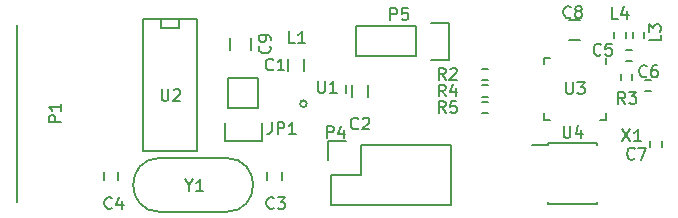
<source format=gto>
G04 #@! TF.FileFunction,Legend,Top*
%FSLAX46Y46*%
G04 Gerber Fmt 4.6, Leading zero omitted, Abs format (unit mm)*
G04 Created by KiCad (PCBNEW (2015-11-24 BZR 6329)-product) date Sun 08 May 2016 02:02:47 AM EDT*
%MOMM*%
G01*
G04 APERTURE LIST*
%ADD10C,0.100000*%
%ADD11C,0.150000*%
G04 APERTURE END LIST*
D10*
D11*
X121354880Y-98450140D02*
X121354880Y-113436140D01*
X145675000Y-101300000D02*
X145675000Y-102300000D01*
X144325000Y-102300000D02*
X144325000Y-101300000D01*
X149725000Y-104500000D02*
X149725000Y-103500000D01*
X151075000Y-103500000D02*
X151075000Y-104500000D01*
X142075000Y-108225000D02*
X142075000Y-106675000D01*
X141795000Y-102865000D02*
X141795000Y-105405000D01*
X141795000Y-105405000D02*
X139255000Y-105405000D01*
X138975000Y-106675000D02*
X138975000Y-108225000D01*
X138975000Y-108225000D02*
X142075000Y-108225000D01*
X139255000Y-105405000D02*
X139255000Y-102865000D01*
X139255000Y-102865000D02*
X141795000Y-102865000D01*
X145885044Y-105075000D02*
G75*
G03X145885044Y-105075000I-285044J0D01*
G01*
X149200200Y-103449480D02*
X149200200Y-104150520D01*
X173450000Y-100525000D02*
X172950000Y-100525000D01*
X172950000Y-101475000D02*
X173450000Y-101475000D01*
X175050000Y-103025000D02*
X174550000Y-103025000D01*
X174550000Y-103975000D02*
X175050000Y-103975000D01*
X175925000Y-108700000D02*
X175925000Y-108200000D01*
X174975000Y-108200000D02*
X174975000Y-108700000D01*
X169050000Y-98000000D02*
X168050000Y-98000000D01*
X168050000Y-99700000D02*
X169050000Y-99700000D01*
X173525000Y-99000000D02*
X173525000Y-99500000D01*
X174475000Y-99500000D02*
X174475000Y-99000000D01*
X171925000Y-99000000D02*
X171925000Y-99500000D01*
X172875000Y-99500000D02*
X172875000Y-99000000D01*
X161250000Y-102125000D02*
X160750000Y-102125000D01*
X160750000Y-103075000D02*
X161250000Y-103075000D01*
X172475000Y-102550000D02*
X172475000Y-103050000D01*
X173425000Y-103050000D02*
X173425000Y-102550000D01*
X160750000Y-104475000D02*
X161250000Y-104475000D01*
X161250000Y-103525000D02*
X160750000Y-103525000D01*
X160750000Y-105875000D02*
X161250000Y-105875000D01*
X161250000Y-104925000D02*
X160750000Y-104925000D01*
X171225000Y-106425000D02*
X170700000Y-106425000D01*
X165975000Y-101175000D02*
X166500000Y-101175000D01*
X165975000Y-106425000D02*
X166500000Y-106425000D01*
X171225000Y-101175000D02*
X171225000Y-101700000D01*
X165975000Y-101175000D02*
X165975000Y-101700000D01*
X165975000Y-106425000D02*
X165975000Y-105900000D01*
X171225000Y-106425000D02*
X171225000Y-105900000D01*
X166325000Y-108425000D02*
X166325000Y-108570000D01*
X170475000Y-108425000D02*
X170475000Y-108570000D01*
X170475000Y-113575000D02*
X170475000Y-113430000D01*
X166325000Y-113575000D02*
X166325000Y-113430000D01*
X166325000Y-108425000D02*
X170475000Y-108425000D01*
X166325000Y-113575000D02*
X170475000Y-113575000D01*
X166325000Y-108570000D02*
X164925000Y-108570000D01*
X150470000Y-108530000D02*
X158090000Y-108530000D01*
X158090000Y-108530000D02*
X158090000Y-113610000D01*
X158090000Y-113610000D02*
X147930000Y-113610000D01*
X147930000Y-113610000D02*
X147930000Y-111070000D01*
X149200000Y-108250000D02*
X147650000Y-108250000D01*
X147930000Y-111070000D02*
X150470000Y-111070000D01*
X150470000Y-111070000D02*
X150470000Y-108530000D01*
X147650000Y-108250000D02*
X147650000Y-109800000D01*
X156400000Y-101350000D02*
X157950000Y-101350000D01*
X157950000Y-101350000D02*
X157950000Y-98250000D01*
X157950000Y-98250000D02*
X156400000Y-98250000D01*
X155130000Y-101070000D02*
X150050000Y-101070000D01*
X150050000Y-101070000D02*
X150050000Y-98530000D01*
X150050000Y-98530000D02*
X155130000Y-98530000D01*
X155130000Y-98530000D02*
X155130000Y-101070000D01*
X141125000Y-100525000D02*
X141125000Y-99525000D01*
X139425000Y-99525000D02*
X139425000Y-100525000D01*
X135062000Y-97887000D02*
X135062000Y-98649000D01*
X135062000Y-98649000D02*
X133538000Y-98649000D01*
X133538000Y-98649000D02*
X133538000Y-97887000D01*
X136586000Y-109063000D02*
X132014000Y-109063000D01*
X132014000Y-109063000D02*
X132014000Y-97887000D01*
X132014000Y-97887000D02*
X136586000Y-97887000D01*
X136586000Y-97887000D02*
X136586000Y-109063000D01*
X133466000Y-109664000D02*
G75*
G03X133466000Y-114236000I0J-2286000D01*
G01*
X139054000Y-114236000D02*
G75*
G03X139054000Y-109664000I0J2286000D01*
G01*
X139054000Y-109664000D02*
X133466000Y-109664000D01*
X139054000Y-114236000D02*
X133466000Y-114236000D01*
X142550000Y-111525000D02*
X142550000Y-110825000D01*
X143750000Y-110825000D02*
X143750000Y-111525000D01*
X128675000Y-111525000D02*
X128675000Y-110825000D01*
X129875000Y-110825000D02*
X129875000Y-111525000D01*
X125042381Y-106618095D02*
X124042381Y-106618095D01*
X124042381Y-106237142D01*
X124090000Y-106141904D01*
X124137619Y-106094285D01*
X124232857Y-106046666D01*
X124375714Y-106046666D01*
X124470952Y-106094285D01*
X124518571Y-106141904D01*
X124566190Y-106237142D01*
X124566190Y-106618095D01*
X125042381Y-105094285D02*
X125042381Y-105665714D01*
X125042381Y-105380000D02*
X124042381Y-105380000D01*
X124185238Y-105475238D01*
X124280476Y-105570476D01*
X124328095Y-105665714D01*
X143033334Y-102157143D02*
X142985715Y-102204762D01*
X142842858Y-102252381D01*
X142747620Y-102252381D01*
X142604762Y-102204762D01*
X142509524Y-102109524D01*
X142461905Y-102014286D01*
X142414286Y-101823810D01*
X142414286Y-101680952D01*
X142461905Y-101490476D01*
X142509524Y-101395238D01*
X142604762Y-101300000D01*
X142747620Y-101252381D01*
X142842858Y-101252381D01*
X142985715Y-101300000D01*
X143033334Y-101347619D01*
X143985715Y-102252381D02*
X143414286Y-102252381D01*
X143700000Y-102252381D02*
X143700000Y-101252381D01*
X143604762Y-101395238D01*
X143509524Y-101490476D01*
X143414286Y-101538095D01*
X150233334Y-107157143D02*
X150185715Y-107204762D01*
X150042858Y-107252381D01*
X149947620Y-107252381D01*
X149804762Y-107204762D01*
X149709524Y-107109524D01*
X149661905Y-107014286D01*
X149614286Y-106823810D01*
X149614286Y-106680952D01*
X149661905Y-106490476D01*
X149709524Y-106395238D01*
X149804762Y-106300000D01*
X149947620Y-106252381D01*
X150042858Y-106252381D01*
X150185715Y-106300000D01*
X150233334Y-106347619D01*
X150614286Y-106347619D02*
X150661905Y-106300000D01*
X150757143Y-106252381D01*
X150995239Y-106252381D01*
X151090477Y-106300000D01*
X151138096Y-106347619D01*
X151185715Y-106442857D01*
X151185715Y-106538095D01*
X151138096Y-106680952D01*
X150566667Y-107252381D01*
X151185715Y-107252381D01*
X142930667Y-106640381D02*
X142930667Y-107354667D01*
X142883047Y-107497524D01*
X142787809Y-107592762D01*
X142644952Y-107640381D01*
X142549714Y-107640381D01*
X143406857Y-107640381D02*
X143406857Y-106640381D01*
X143787810Y-106640381D01*
X143883048Y-106688000D01*
X143930667Y-106735619D01*
X143978286Y-106830857D01*
X143978286Y-106973714D01*
X143930667Y-107068952D01*
X143883048Y-107116571D01*
X143787810Y-107164190D01*
X143406857Y-107164190D01*
X144930667Y-107640381D02*
X144359238Y-107640381D01*
X144644952Y-107640381D02*
X144644952Y-106640381D01*
X144549714Y-106783238D01*
X144454476Y-106878476D01*
X144359238Y-106926095D01*
X144883334Y-99952381D02*
X144407143Y-99952381D01*
X144407143Y-98952381D01*
X145740477Y-99952381D02*
X145169048Y-99952381D01*
X145454762Y-99952381D02*
X145454762Y-98952381D01*
X145359524Y-99095238D01*
X145264286Y-99190476D01*
X145169048Y-99238095D01*
X146838095Y-103152381D02*
X146838095Y-103961905D01*
X146885714Y-104057143D01*
X146933333Y-104104762D01*
X147028571Y-104152381D01*
X147219048Y-104152381D01*
X147314286Y-104104762D01*
X147361905Y-104057143D01*
X147409524Y-103961905D01*
X147409524Y-103152381D01*
X148409524Y-104152381D02*
X147838095Y-104152381D01*
X148123809Y-104152381D02*
X148123809Y-103152381D01*
X148028571Y-103295238D01*
X147933333Y-103390476D01*
X147838095Y-103438095D01*
X170783334Y-100907143D02*
X170735715Y-100954762D01*
X170592858Y-101002381D01*
X170497620Y-101002381D01*
X170354762Y-100954762D01*
X170259524Y-100859524D01*
X170211905Y-100764286D01*
X170164286Y-100573810D01*
X170164286Y-100430952D01*
X170211905Y-100240476D01*
X170259524Y-100145238D01*
X170354762Y-100050000D01*
X170497620Y-100002381D01*
X170592858Y-100002381D01*
X170735715Y-100050000D01*
X170783334Y-100097619D01*
X171688096Y-100002381D02*
X171211905Y-100002381D01*
X171164286Y-100478571D01*
X171211905Y-100430952D01*
X171307143Y-100383333D01*
X171545239Y-100383333D01*
X171640477Y-100430952D01*
X171688096Y-100478571D01*
X171735715Y-100573810D01*
X171735715Y-100811905D01*
X171688096Y-100907143D01*
X171640477Y-100954762D01*
X171545239Y-101002381D01*
X171307143Y-101002381D01*
X171211905Y-100954762D01*
X171164286Y-100907143D01*
X174658334Y-102732143D02*
X174610715Y-102779762D01*
X174467858Y-102827381D01*
X174372620Y-102827381D01*
X174229762Y-102779762D01*
X174134524Y-102684524D01*
X174086905Y-102589286D01*
X174039286Y-102398810D01*
X174039286Y-102255952D01*
X174086905Y-102065476D01*
X174134524Y-101970238D01*
X174229762Y-101875000D01*
X174372620Y-101827381D01*
X174467858Y-101827381D01*
X174610715Y-101875000D01*
X174658334Y-101922619D01*
X175515477Y-101827381D02*
X175325000Y-101827381D01*
X175229762Y-101875000D01*
X175182143Y-101922619D01*
X175086905Y-102065476D01*
X175039286Y-102255952D01*
X175039286Y-102636905D01*
X175086905Y-102732143D01*
X175134524Y-102779762D01*
X175229762Y-102827381D01*
X175420239Y-102827381D01*
X175515477Y-102779762D01*
X175563096Y-102732143D01*
X175610715Y-102636905D01*
X175610715Y-102398810D01*
X175563096Y-102303571D01*
X175515477Y-102255952D01*
X175420239Y-102208333D01*
X175229762Y-102208333D01*
X175134524Y-102255952D01*
X175086905Y-102303571D01*
X175039286Y-102398810D01*
X173633334Y-109707143D02*
X173585715Y-109754762D01*
X173442858Y-109802381D01*
X173347620Y-109802381D01*
X173204762Y-109754762D01*
X173109524Y-109659524D01*
X173061905Y-109564286D01*
X173014286Y-109373810D01*
X173014286Y-109230952D01*
X173061905Y-109040476D01*
X173109524Y-108945238D01*
X173204762Y-108850000D01*
X173347620Y-108802381D01*
X173442858Y-108802381D01*
X173585715Y-108850000D01*
X173633334Y-108897619D01*
X173966667Y-108802381D02*
X174633334Y-108802381D01*
X174204762Y-109802381D01*
X168233334Y-97732143D02*
X168185715Y-97779762D01*
X168042858Y-97827381D01*
X167947620Y-97827381D01*
X167804762Y-97779762D01*
X167709524Y-97684524D01*
X167661905Y-97589286D01*
X167614286Y-97398810D01*
X167614286Y-97255952D01*
X167661905Y-97065476D01*
X167709524Y-96970238D01*
X167804762Y-96875000D01*
X167947620Y-96827381D01*
X168042858Y-96827381D01*
X168185715Y-96875000D01*
X168233334Y-96922619D01*
X168804762Y-97255952D02*
X168709524Y-97208333D01*
X168661905Y-97160714D01*
X168614286Y-97065476D01*
X168614286Y-97017857D01*
X168661905Y-96922619D01*
X168709524Y-96875000D01*
X168804762Y-96827381D01*
X168995239Y-96827381D01*
X169090477Y-96875000D01*
X169138096Y-96922619D01*
X169185715Y-97017857D01*
X169185715Y-97065476D01*
X169138096Y-97160714D01*
X169090477Y-97208333D01*
X168995239Y-97255952D01*
X168804762Y-97255952D01*
X168709524Y-97303571D01*
X168661905Y-97351190D01*
X168614286Y-97446429D01*
X168614286Y-97636905D01*
X168661905Y-97732143D01*
X168709524Y-97779762D01*
X168804762Y-97827381D01*
X168995239Y-97827381D01*
X169090477Y-97779762D01*
X169138096Y-97732143D01*
X169185715Y-97636905D01*
X169185715Y-97446429D01*
X169138096Y-97351190D01*
X169090477Y-97303571D01*
X168995239Y-97255952D01*
X175852381Y-99216666D02*
X175852381Y-99692857D01*
X174852381Y-99692857D01*
X174852381Y-98978571D02*
X174852381Y-98359523D01*
X175233333Y-98692857D01*
X175233333Y-98549999D01*
X175280952Y-98454761D01*
X175328571Y-98407142D01*
X175423810Y-98359523D01*
X175661905Y-98359523D01*
X175757143Y-98407142D01*
X175804762Y-98454761D01*
X175852381Y-98549999D01*
X175852381Y-98835714D01*
X175804762Y-98930952D01*
X175757143Y-98978571D01*
X172233334Y-97877381D02*
X171757143Y-97877381D01*
X171757143Y-96877381D01*
X172995239Y-97210714D02*
X172995239Y-97877381D01*
X172757143Y-96829762D02*
X172519048Y-97544048D01*
X173138096Y-97544048D01*
X157633334Y-103052381D02*
X157300000Y-102576190D01*
X157061905Y-103052381D02*
X157061905Y-102052381D01*
X157442858Y-102052381D01*
X157538096Y-102100000D01*
X157585715Y-102147619D01*
X157633334Y-102242857D01*
X157633334Y-102385714D01*
X157585715Y-102480952D01*
X157538096Y-102528571D01*
X157442858Y-102576190D01*
X157061905Y-102576190D01*
X158014286Y-102147619D02*
X158061905Y-102100000D01*
X158157143Y-102052381D01*
X158395239Y-102052381D01*
X158490477Y-102100000D01*
X158538096Y-102147619D01*
X158585715Y-102242857D01*
X158585715Y-102338095D01*
X158538096Y-102480952D01*
X157966667Y-103052381D01*
X158585715Y-103052381D01*
X172833334Y-105077381D02*
X172500000Y-104601190D01*
X172261905Y-105077381D02*
X172261905Y-104077381D01*
X172642858Y-104077381D01*
X172738096Y-104125000D01*
X172785715Y-104172619D01*
X172833334Y-104267857D01*
X172833334Y-104410714D01*
X172785715Y-104505952D01*
X172738096Y-104553571D01*
X172642858Y-104601190D01*
X172261905Y-104601190D01*
X173166667Y-104077381D02*
X173785715Y-104077381D01*
X173452381Y-104458333D01*
X173595239Y-104458333D01*
X173690477Y-104505952D01*
X173738096Y-104553571D01*
X173785715Y-104648810D01*
X173785715Y-104886905D01*
X173738096Y-104982143D01*
X173690477Y-105029762D01*
X173595239Y-105077381D01*
X173309524Y-105077381D01*
X173214286Y-105029762D01*
X173166667Y-104982143D01*
X157633334Y-104452381D02*
X157300000Y-103976190D01*
X157061905Y-104452381D02*
X157061905Y-103452381D01*
X157442858Y-103452381D01*
X157538096Y-103500000D01*
X157585715Y-103547619D01*
X157633334Y-103642857D01*
X157633334Y-103785714D01*
X157585715Y-103880952D01*
X157538096Y-103928571D01*
X157442858Y-103976190D01*
X157061905Y-103976190D01*
X158490477Y-103785714D02*
X158490477Y-104452381D01*
X158252381Y-103404762D02*
X158014286Y-104119048D01*
X158633334Y-104119048D01*
X157633334Y-105852381D02*
X157300000Y-105376190D01*
X157061905Y-105852381D02*
X157061905Y-104852381D01*
X157442858Y-104852381D01*
X157538096Y-104900000D01*
X157585715Y-104947619D01*
X157633334Y-105042857D01*
X157633334Y-105185714D01*
X157585715Y-105280952D01*
X157538096Y-105328571D01*
X157442858Y-105376190D01*
X157061905Y-105376190D01*
X158538096Y-104852381D02*
X158061905Y-104852381D01*
X158014286Y-105328571D01*
X158061905Y-105280952D01*
X158157143Y-105233333D01*
X158395239Y-105233333D01*
X158490477Y-105280952D01*
X158538096Y-105328571D01*
X158585715Y-105423810D01*
X158585715Y-105661905D01*
X158538096Y-105757143D01*
X158490477Y-105804762D01*
X158395239Y-105852381D01*
X158157143Y-105852381D01*
X158061905Y-105804762D01*
X158014286Y-105757143D01*
X167838095Y-103252381D02*
X167838095Y-104061905D01*
X167885714Y-104157143D01*
X167933333Y-104204762D01*
X168028571Y-104252381D01*
X168219048Y-104252381D01*
X168314286Y-104204762D01*
X168361905Y-104157143D01*
X168409524Y-104061905D01*
X168409524Y-103252381D01*
X168790476Y-103252381D02*
X169409524Y-103252381D01*
X169076190Y-103633333D01*
X169219048Y-103633333D01*
X169314286Y-103680952D01*
X169361905Y-103728571D01*
X169409524Y-103823810D01*
X169409524Y-104061905D01*
X169361905Y-104157143D01*
X169314286Y-104204762D01*
X169219048Y-104252381D01*
X168933333Y-104252381D01*
X168838095Y-104204762D01*
X168790476Y-104157143D01*
X167638095Y-106952381D02*
X167638095Y-107761905D01*
X167685714Y-107857143D01*
X167733333Y-107904762D01*
X167828571Y-107952381D01*
X168019048Y-107952381D01*
X168114286Y-107904762D01*
X168161905Y-107857143D01*
X168209524Y-107761905D01*
X168209524Y-106952381D01*
X169114286Y-107285714D02*
X169114286Y-107952381D01*
X168876190Y-106904762D02*
X168638095Y-107619048D01*
X169257143Y-107619048D01*
X172615476Y-107227381D02*
X173282143Y-108227381D01*
X173282143Y-107227381D02*
X172615476Y-108227381D01*
X174186905Y-108227381D02*
X173615476Y-108227381D01*
X173901190Y-108227381D02*
X173901190Y-107227381D01*
X173805952Y-107370238D01*
X173710714Y-107465476D01*
X173615476Y-107513095D01*
X147586905Y-107977381D02*
X147586905Y-106977381D01*
X147967858Y-106977381D01*
X148063096Y-107025000D01*
X148110715Y-107072619D01*
X148158334Y-107167857D01*
X148158334Y-107310714D01*
X148110715Y-107405952D01*
X148063096Y-107453571D01*
X147967858Y-107501190D01*
X147586905Y-107501190D01*
X149015477Y-107310714D02*
X149015477Y-107977381D01*
X148777381Y-106929762D02*
X148539286Y-107644048D01*
X149158334Y-107644048D01*
X152961905Y-97977381D02*
X152961905Y-96977381D01*
X153342858Y-96977381D01*
X153438096Y-97025000D01*
X153485715Y-97072619D01*
X153533334Y-97167857D01*
X153533334Y-97310714D01*
X153485715Y-97405952D01*
X153438096Y-97453571D01*
X153342858Y-97501190D01*
X152961905Y-97501190D01*
X154438096Y-96977381D02*
X153961905Y-96977381D01*
X153914286Y-97453571D01*
X153961905Y-97405952D01*
X154057143Y-97358333D01*
X154295239Y-97358333D01*
X154390477Y-97405952D01*
X154438096Y-97453571D01*
X154485715Y-97548810D01*
X154485715Y-97786905D01*
X154438096Y-97882143D01*
X154390477Y-97929762D01*
X154295239Y-97977381D01*
X154057143Y-97977381D01*
X153961905Y-97929762D01*
X153914286Y-97882143D01*
X142732143Y-100191666D02*
X142779762Y-100239285D01*
X142827381Y-100382142D01*
X142827381Y-100477380D01*
X142779762Y-100620238D01*
X142684524Y-100715476D01*
X142589286Y-100763095D01*
X142398810Y-100810714D01*
X142255952Y-100810714D01*
X142065476Y-100763095D01*
X141970238Y-100715476D01*
X141875000Y-100620238D01*
X141827381Y-100477380D01*
X141827381Y-100382142D01*
X141875000Y-100239285D01*
X141922619Y-100191666D01*
X142827381Y-99715476D02*
X142827381Y-99525000D01*
X142779762Y-99429761D01*
X142732143Y-99382142D01*
X142589286Y-99286904D01*
X142398810Y-99239285D01*
X142017857Y-99239285D01*
X141922619Y-99286904D01*
X141875000Y-99334523D01*
X141827381Y-99429761D01*
X141827381Y-99620238D01*
X141875000Y-99715476D01*
X141922619Y-99763095D01*
X142017857Y-99810714D01*
X142255952Y-99810714D01*
X142351190Y-99763095D01*
X142398810Y-99715476D01*
X142446429Y-99620238D01*
X142446429Y-99429761D01*
X142398810Y-99334523D01*
X142351190Y-99286904D01*
X142255952Y-99239285D01*
X133604095Y-103846381D02*
X133604095Y-104655905D01*
X133651714Y-104751143D01*
X133699333Y-104798762D01*
X133794571Y-104846381D01*
X133985048Y-104846381D01*
X134080286Y-104798762D01*
X134127905Y-104751143D01*
X134175524Y-104655905D01*
X134175524Y-103846381D01*
X134604095Y-103941619D02*
X134651714Y-103894000D01*
X134746952Y-103846381D01*
X134985048Y-103846381D01*
X135080286Y-103894000D01*
X135127905Y-103941619D01*
X135175524Y-104036857D01*
X135175524Y-104132095D01*
X135127905Y-104274952D01*
X134556476Y-104846381D01*
X135175524Y-104846381D01*
X135921809Y-111990190D02*
X135921809Y-112466381D01*
X135588476Y-111466381D02*
X135921809Y-111990190D01*
X136255143Y-111466381D01*
X137112286Y-112466381D02*
X136540857Y-112466381D01*
X136826571Y-112466381D02*
X136826571Y-111466381D01*
X136731333Y-111609238D01*
X136636095Y-111704476D01*
X136540857Y-111752095D01*
X143089334Y-113895143D02*
X143041715Y-113942762D01*
X142898858Y-113990381D01*
X142803620Y-113990381D01*
X142660762Y-113942762D01*
X142565524Y-113847524D01*
X142517905Y-113752286D01*
X142470286Y-113561810D01*
X142470286Y-113418952D01*
X142517905Y-113228476D01*
X142565524Y-113133238D01*
X142660762Y-113038000D01*
X142803620Y-112990381D01*
X142898858Y-112990381D01*
X143041715Y-113038000D01*
X143089334Y-113085619D01*
X143422667Y-112990381D02*
X144041715Y-112990381D01*
X143708381Y-113371333D01*
X143851239Y-113371333D01*
X143946477Y-113418952D01*
X143994096Y-113466571D01*
X144041715Y-113561810D01*
X144041715Y-113799905D01*
X143994096Y-113895143D01*
X143946477Y-113942762D01*
X143851239Y-113990381D01*
X143565524Y-113990381D01*
X143470286Y-113942762D01*
X143422667Y-113895143D01*
X129373334Y-113895143D02*
X129325715Y-113942762D01*
X129182858Y-113990381D01*
X129087620Y-113990381D01*
X128944762Y-113942762D01*
X128849524Y-113847524D01*
X128801905Y-113752286D01*
X128754286Y-113561810D01*
X128754286Y-113418952D01*
X128801905Y-113228476D01*
X128849524Y-113133238D01*
X128944762Y-113038000D01*
X129087620Y-112990381D01*
X129182858Y-112990381D01*
X129325715Y-113038000D01*
X129373334Y-113085619D01*
X130230477Y-113323714D02*
X130230477Y-113990381D01*
X129992381Y-112942762D02*
X129754286Y-113657048D01*
X130373334Y-113657048D01*
M02*

</source>
